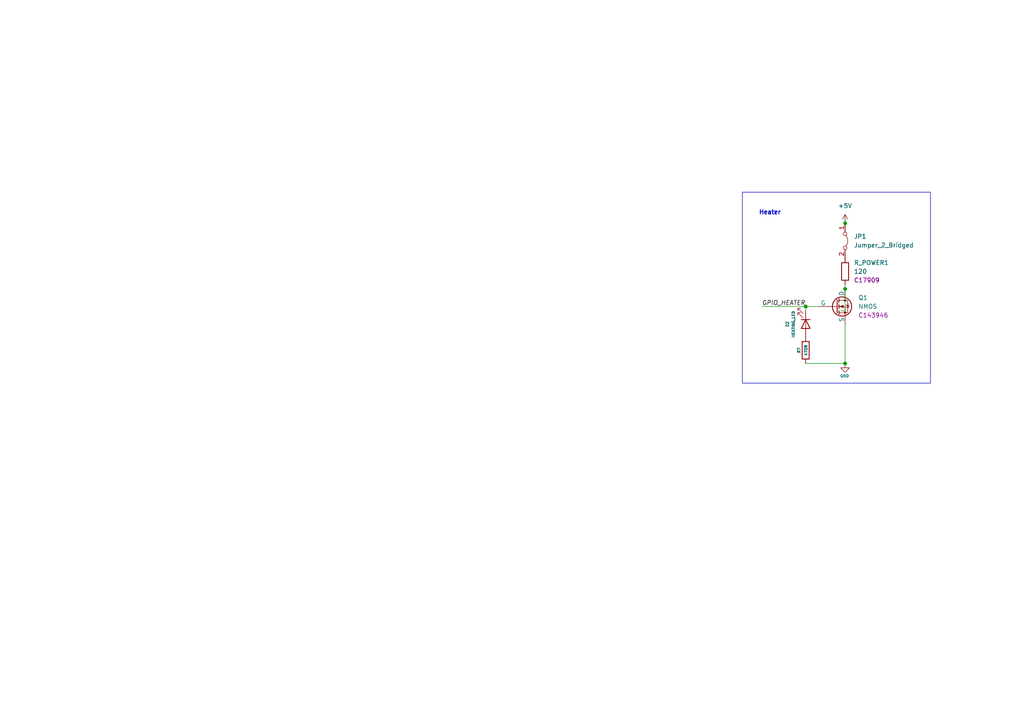
<source format=kicad_sch>
(kicad_sch (version 20230121) (generator eeschema)
  (paper "A4")
  (lib_symbols
    (symbol "00_project_library:LED" (pin_numbers hide) (pin_names (offset 1.016) hide)
      (property "Reference" "D" (at 0 2.54 0))
      (property "Value" "LED" (at 0 -2.54 0))
      (symbol "LED_0_1"
        (polyline (pts (xy -1.27 -1.27) (xy -1.27 1.27)) (stroke (width 0.254)))
        (polyline (pts (xy -1.27 0) (xy 1.27 0)))
        (polyline (pts (xy 1.27 -1.27) (xy 1.27 1.27) (xy -1.27 0) (xy 1.27 -1.27)) (stroke (width 0.254)))
        (polyline (pts (xy -3.048 -0.762) (xy -4.572 -2.286) (xy -3.81 -2.286) (xy -4.572 -2.286) (xy -4.572 -1.524)))
        (polyline (pts (xy -1.778 -0.762) (xy -3.302 -2.286) (xy -2.54 -2.286) (xy -3.302 -2.286) (xy -3.302 -1.524)))
      )
      (symbol "LED_1_1"
        (pin passive line (at -3.81 0 0) (length 2.54) (name "K") (number "1"))
        (pin passive line (at 3.81 0 180) (length 2.54) (name "A") (number "2"))
      )
    )
    (symbol "00_project_library:NMOS" (pin_numbers hide) (pin_names (offset 0))
      (property "Reference" "Q" (at 5.08 1.27 0))
      (property "Value" "NMOS" (at 5.08 -1.27 0))
      (property "JLC Part" "C143946" (at 0 0 0))
      (symbol "NMOS_0_1"
        (polyline (pts (xy 0.254 0) (xy -2.54 0)))
        (polyline (pts (xy 0.254 1.905) (xy 0.254 -1.905)) (stroke (width 0.254)))
        (polyline (pts (xy 0.762 -1.27) (xy 0.762 -2.286)) (stroke (width 0.254)))
        (polyline (pts (xy 0.762 0.508) (xy 0.762 -0.508)) (stroke (width 0.254)))
        (polyline (pts (xy 0.762 2.286) (xy 0.762 1.27)) (stroke (width 0.254)))
        (polyline (pts (xy 2.54 2.54) (xy 2.54 1.778)))
        (polyline (pts (xy 2.54 -2.54) (xy 2.54 0) (xy 0.762 0)))
        (polyline (pts (xy 0.762 -1.778) (xy 3.302 -1.778) (xy 3.302 1.778) (xy 0.762 1.778)))
        (polyline (pts (xy 1.016 0) (xy 2.032 0.381) (xy 2.032 -0.381) (xy 1.016 0)) (fill (type outline)))
        (polyline (pts (xy 2.794 0.508) (xy 2.921 0.381) (xy 3.683 0.381) (xy 3.81 0.254)))
        (polyline (pts (xy 3.302 0.381) (xy 2.921 -0.254) (xy 3.683 -0.254) (xy 3.302 0.381)))
        (circle (center 1.651 0) (radius 2.794) (stroke (width 0.254)))
        (circle (center 2.54 -1.778) (radius 0.254) (fill (type outline)))
        (circle (center 2.54 1.778) (radius 0.254) (fill (type outline)))
      )
      (symbol "NMOS_1_1"
        (pin passive line (at 2.54 5.08 270) (length 2.54) (name "D") (number "1"))
        (pin input line (at -5.08 0 0) (length 2.54) (name "G") (number "2"))
        (pin passive line (at 2.54 -5.08 90) (length 2.54) (name "S") (number "3"))
      )
    )
    (symbol "00_project_library:R" (pin_numbers hide) (pin_names (offset 0))
      (property "Reference" "R" (at 2.032 0 90))
      (property "Value" "R" (at 0 0 90))
      (symbol "R_0_1"
        (rectangle (start -1.016 -2.54) (end 1.016 2.54) (stroke (width 0.254)))
      )
      (symbol "R_1_1"
        (pin passive line (at 0 3.81 270) (length 1.27) (name "~") (number "1"))
        (pin passive line (at 0 -3.81 90) (length 1.27) (name "~") (number "2"))
      )
    )
    (symbol "00_project_library:R_POWER" (pin_numbers hide) (pin_names (offset 0))
      (property "Reference" "R_POWER" (at 2.032 0 90))
      (property "Value" "125" (at 0 0 90))
      (property "JLC Part" "C346143" (at 0 0 0))
      (symbol "R_POWER_0_1"
        (rectangle (start -1.016 -2.54) (end 1.016 2.54) (stroke (width 0.254)))
      )
      (symbol "R_POWER_1_1"
        (pin passive line (at 0 3.81 270) (length 1.27) (name "~") (number "1"))
        (pin passive line (at 0 -3.81 90) (length 1.27) (name "~") (number "2"))
      )
    )
    (symbol "Jumper:Jumper_2_Bridged" (pin_names (offset 0) hide)
      (property "Reference" "JP" (at 0 1.905 0))
      (property "Value" "Jumper_2_Bridged" (at 0 -2.54 0))
      (symbol "Jumper_2_Bridged_0_0"
        (circle (center -2.032 0) (radius 0.508))
        (circle (center 2.032 0) (radius 0.508))
      )
      (symbol "Jumper_2_Bridged_0_1"
        (arc (start 1.524 0.254) (mid 0 0.762) (end -1.524 0.254))
      )
      (symbol "Jumper_2_Bridged_1_1"
        (pin passive line (at -5.08 0 0) (length 2.54) (name "A") (number "1"))
        (pin passive line (at 5.08 0 180) (length 2.54) (name "B") (number "2"))
      )
    )
    (symbol "power:+5V" (power) (pin_names (offset 0))
      (property "Value" "+5V" (at 0 3.556 0))
      (symbol "+5V_0_1"
        (polyline (pts (xy -0.762 1.27) (xy 0 2.54)))
        (polyline (pts (xy 0 0) (xy 0 2.54)))
        (polyline (pts (xy 0 2.54) (xy 0.762 1.27)))
      )
      (symbol "+5V_1_1"
        (pin power_in line (at 0 0 90) (length 0) hide (name "+5V") (number "1"))
      )
    )
    (symbol "power:GND" (power) (pin_names (offset 0))
      (property "Value" "GND" (at 0 -3.81 0))
      (symbol "GND_0_1"
        (polyline (pts (xy 0 0) (xy 0 -1.27) (xy 1.27 -1.27) (xy 0 -2.54) (xy -1.27 -1.27) (xy 0 -1.27)))
      )
      (symbol "GND_1_1"
        (pin power_in line (at 0 0 270) (length 0) hide (name "GND") (number "1"))
      )
    )
  )
  (junction (at 245.11 83.82))
  (junction (at 245.11 64.77))
  (junction (at 233.68 88.9))
  (junction (at 245.11 105.41))
  (wire (pts (xy 245.11 64.77) (xy 245.11 63.5)))
  (wire (pts (xy 245.11 93.98) (xy 245.11 105.41)))
  (wire (pts (xy 245.11 90.17) (xy 243.84 90.17)))
  (wire (pts (xy 233.68 90.17) (xy 233.68 88.9)))
  (wire (pts (xy 237.49 88.9) (xy 233.68 88.9)))
  (wire (pts (xy 245.11 83.82) (xy 245.11 90.17)))
  (wire (pts (xy 233.68 88.9) (xy 220.98 88.9)))
  (wire (pts (xy 245.11 82.55) (xy 245.11 83.82)))
  (wire (pts (xy 233.68 105.41) (xy 245.11 105.41)))
  (rectangle (start 215.3231 55.7397) (end 269.875 111.125))
  (text "Heater" (at 220.0628 62.4682 0) (effects (font (size 1.27 1.27) (thickness 0.254) bold) (justify left bottom)))
  (label "GPIO_HEATER" (at 220.98 88.9 0) (effects (font italic)))
  (symbol (lib_id "00_project_library:R_POWER") (at 245.11 78.74 0) (unit 1)
    (property "Reference" "R_POWER1" (at 247.65 76.2 0) (effects (justify left)))
    (property "Value" "120" (at 247.65 78.74 0) (effects (justify left)))
    (property "Footprint" "Resistor_SMD:R_1206_3216Metric" (effects hide))
    (property "Datasheet" "https://datasheet.lcsc.com/lcsc/2206010145_UNI-ROYAL-Uniroyal-Elec-1206W4F1200T5E_C17909.pdf" (effects hide))
    (property "JLC Part" "C17909" (at 247.65 81.28 0) (effects (justify left)))
  )
  (symbol (lib_id "Jumper:Jumper_2_Bridged") (at 245.11 69.85 270) (unit 1)
    (property "Reference" "JP1" (at 247.65 68.58 90) (effects (justify left)))
    (property "Value" "Jumper_2_Bridged" (at 247.65 71.12 90) (effects (justify left)))
    (property "Footprint" "Jumper:SolderJumper-2_P1.3mm_Open_RoundedPad1.0x1.5mm" (effects hide))
  )
  (symbol (lib_id "power:GND") (at 245.11 105.41 0) (unit 1)
    (property "Reference" "#PWR027" (effects hide))
    (property "Value" "GND" (at 244.983 109.0422 0) (effects (font (size 0.8 0.8))))
  )
  (symbol (lib_id "00_project_library:R") (at 233.68 101.6 0) (unit 1)
    (property "Reference" "R7" (at 231.7242 101.6 90) (effects (font (size 0.8 0.8))))
    (property "Value" "470R" (at 233.7816 101.6 90) (effects (font (size 0.8 0.8))))
    (property "Footprint" "Resistor_SMD:R_0402_1005Metric_Pad0.72x0.64mm_HandSolder" (effects hide))
  )
  (symbol (lib_id "00_project_library:NMOS") (at 242.57 88.9 0) (unit 1)
    (property "Reference" "Q1" (at 248.92 86.36 0) (effects (justify left)))
    (property "Value" "NMOS" (at 248.92 88.9 0) (effects (justify left)))
    (property "Footprint" "Package_TO_SOT_SMD:SOT-23" (effects hide))
    (property "Datasheet" "https://ngspice.sourceforge.io/docs/ngspice-manual.pdf" (effects hide))
    (property "Sim.Device" "NMOS" (effects hide))
    (property "Sim.Type" "VDMOS" (effects hide))
    (property "Sim.Pins" "1=D 2=G 3=S" (effects hide))
    (property "JLC Part" "C143946" (at 248.92 91.44 0) (effects (justify left)))
  )
  (symbol (lib_id "power:+5V") (at 245.11 64.77 0) (unit 1)
    (property "Reference" "#PWR012" (effects hide))
    (property "Value" "+5V" (at 245.11 59.69 0))
  )
  (symbol (lib_id "00_project_library:LED") (at 233.68 93.98 270) (unit 1)
    (property "Reference" "D2" (at 228.346 94.0435 0) (effects (font (size 0.8 0.8))))
    (property "Value" "HEATING_LED" (at 230.124 94.0435 0) (effects (font (size 0.8 0.8))))
    (property "Footprint" "LED_SMD:LED_0603_1608Metric" (effects hide))
    (property "JLC" "C2286" (effects hide))
    (instances (project "filament_dryer" (path "" (reference "D2") (unit 1)) (path "" (reference "D1") (unit 1))))
  )
)
</source>
